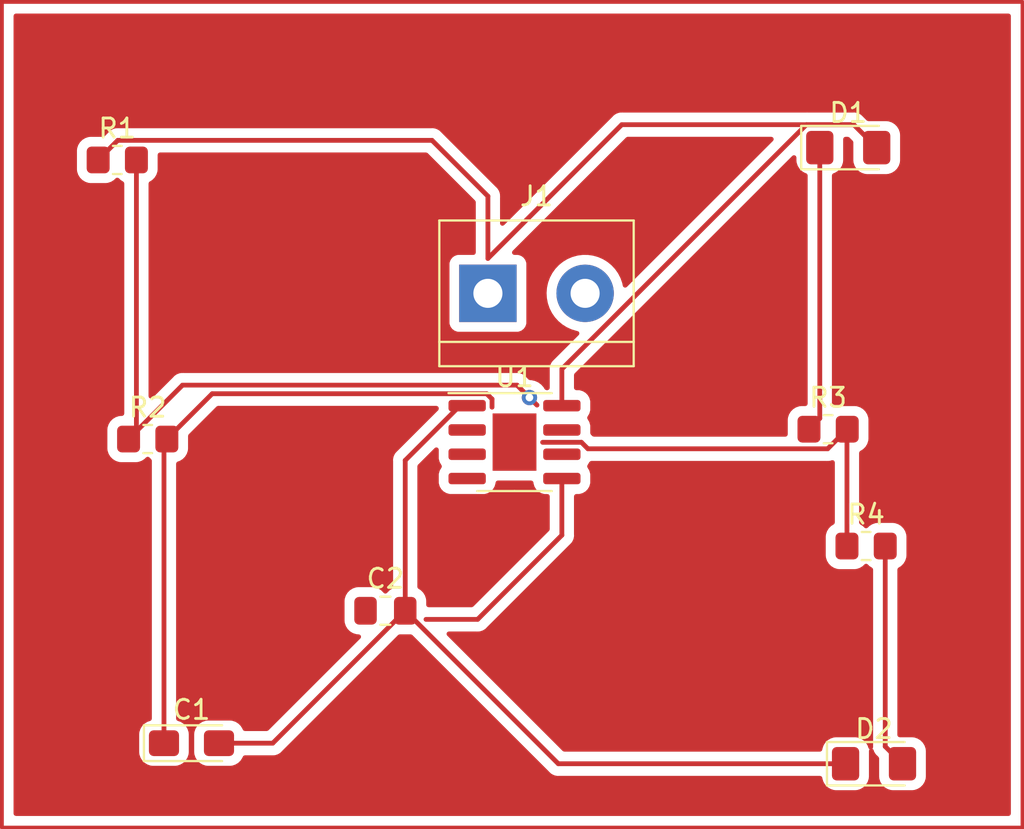
<source format=kicad_pcb>
(kicad_pcb (version 20211014) (generator pcbnew)
  (layers (0 "F.Cu" signal) (31 "B.Cu" signal) (34 "B.Paste" user) (35 "F.Paste" user) (36 "B.SilkS" user "B.Silkscreen") (37 "F.SilkS" user "F.Silkscreen") (38 "B.Mask" user) (39 "F.Mask" user) (44 "Edge.Cuts" user))
  (net 0 "")
  (net 1 "/pin_2")
  (net 2 "GND")
  (net 3 "Net-(C2-Pad1)")
  (net 4 "Net-(D1-Pad1)")
  (net 5 "+9V")
  (net 6 "Net-(D2-Pad2)")
  (net 9 "/pin_7")
  (net 10 "/pin_3")
  (footprint "LED_SMD:LED_1206_3216Metric_Pad1.42x1.75mm_HandSolder" (layer "F.Cu") (at 166.1525 73.66)
    (fp_text reference "D1" (at 0 -1.82) (layer "F.SilkS"))
    (fp_text value "LED")
    (fp_line (start 1.6 -1.135) (end -2.46 -1.135) (layer "F.SilkS") (width 0.12))
    (fp_line (start -2.46 -1.135) (end -2.46 1.135) (layer "F.SilkS") (width 0.12))
    (fp_line (start -2.46 1.135) (end 1.6 1.135) (layer "F.SilkS") (width 0.12))
    (pad "1" smd roundrect (at -1.4875 0) (size 1.425 1.75) (layers "F.Cu" "F.Paste" "F.Mask") (roundrect_rratio 0.1754392982) (net 4 "Net-(D1-Pad1)"))
    (pad "2" smd roundrect (at 1.4875 0) (size 1.425 1.75) (layers "F.Cu" "F.Paste" "F.Mask") (roundrect_rratio 0.1754392982) (net 5 "+9V"))
  )
  (footprint "Package_SO:SOIC-8-1EP_3.9x4.9mm_P1.27mm_EP2.29x3mm" (layer "F.Cu") (at 148.71 89.06)
    (fp_text reference "U1" (at 0 -3.4) (layer "F.SilkS"))
    (fp_text value "U1")
    (fp_line (start 0 -2.56) (end -3.45 -2.56) (layer "F.SilkS") (width 0.12))
    (fp_line (start 0 2.56) (end 1.95 2.56) (layer "F.SilkS") (width 0.12))
    (fp_line (start 0 2.56) (end -1.95 2.56) (layer "F.SilkS") (width 0.12))
    (fp_line (start 0 -2.56) (end 1.95 -2.56) (layer "F.SilkS") (width 0.12))
    (pad "1" smd roundrect (at -2.475 -1.905) (size 1.95 0.6) (layers "F.Cu" "F.Paste" "F.Mask") (net 2 "GND"))
    (pad "2" smd roundrect (at -2.475 -0.635) (size 1.95 0.6) (layers "F.Cu" "F.Paste" "F.Mask") (net 1 "/pin_2"))
    (pad "3" smd roundrect (at -2.475 0.635) (size 1.95 0.6) (layers "F.Cu" "F.Paste" "F.Mask") (net 10 "/pin_3"))
    (pad "4" smd roundrect (at -2.475 1.905) (size 1.95 0.6) (layers "F.Cu" "F.Paste" "F.Mask") (net 5 "+9V"))
    (pad "5" smd roundrect (at 2.475 1.905) (size 1.95 0.6) (layers "F.Cu" "F.Paste" "F.Mask") (net 3 "Net-(C2-Pad1)"))
    (pad "6" smd roundrect (at 2.475 0.635) (size 1.95 0.6) (layers "F.Cu" "F.Paste" "F.Mask") (net 1 "/pin_2"))
    (pad "7" smd roundrect (at 2.475 -0.635) (size 1.95 0.6) (layers "F.Cu" "F.Paste" "F.Mask") (net 9 "/pin_7"))
    (pad "8" smd roundrect (at 2.475 -1.905) (size 1.95 0.6) (layers "F.Cu" "F.Paste" "F.Mask") (net 5 "+9V"))
    (pad "9" smd rect (at 0 0) (size 2.29 3) (layers "F.Cu" "F.Mask"))
  )
  (footprint "TerminalBlock:TerminalBlock_bornier-2_P5.08mm" (layer "F.Cu") (at 147.32 81.28)
    (fp_text reference "J1" (at 2.54 -5.08) (layer "F.SilkS"))
    (fp_text value "J1")
    (fp_line (start -2.54 3.81) (end 7.62 3.81) (layer "F.SilkS") (width 0.12))
    (fp_line (start 7.62 -3.81) (end -2.54 -3.81) (layer "F.SilkS") (width 0.12))
    (fp_line (start 7.62 2.54) (end -2.54 2.54) (layer "F.SilkS") (width 0.12))
    (fp_line (start 7.62 3.81) (end 7.62 -3.81) (layer "F.SilkS") (width 0.12))
    (fp_line (start -2.54 -3.81) (end -2.54 3.81) (layer "F.SilkS") (width 0.12))
    (pad "1" thru_hole rect (at 0 0) (size 3 3) (drill 1.52) (layers *.Cu *.Mask))
    (pad "2" thru_hole circle (at 5.08 0) (size 3 3) (drill 1.52) (layers *.Cu *.Mask))
  )
  (footprint "Resistor_SMD:R_0805_2012Metric_Pad1.20x1.40mm_HandSolder" (layer "F.Cu") (at 167.08532 94.495)
    (fp_text reference "R4" (at 0 -1.65) (layer "F.SilkS"))
    (fp_text value "1k")
    (fp_line (start -0.227064 -0.735) (end 0.227064 -0.735) (layer "F.SilkS") (width 0.12))
    (fp_line (start -0.227064 0.735) (end 0.227064 0.735) (layer "F.SilkS") (width 0.12))
    (pad "1" smd roundrect (at -1 0) (size 1.2 1.4) (layers "F.Cu" "F.Paste" "F.Mask") (roundrect_rratio 0.2083333333) (net 10 "/pin_3"))
    (pad "2" smd roundrect (at 1 0) (size 1.2 1.4) (layers "F.Cu" "F.Paste" "F.Mask") (roundrect_rratio 0.2083333333) (net 6 "Net-(D2-Pad2)"))
  )
  (footprint "LED_SMD:LED_1206_3216Metric_Pad1.42x1.75mm_HandSolder" (layer "F.Cu") (at 167.5 105.88)
    (fp_text reference "D2" (at 0 -1.82) (layer "F.SilkS"))
    (fp_text value "LED")
    (fp_line (start -2.46 -1.135) (end -2.46 1.135) (layer "F.SilkS") (width 0.12))
    (fp_line (start -2.46 1.135) (end 1.6 1.135) (layer "F.SilkS") (width 0.12))
    (fp_line (start 1.6 -1.135) (end -2.46 -1.135) (layer "F.SilkS") (width 0.12))
    (pad "1" smd roundrect (at -1.4875 0) (size 1.425 1.75) (layers "F.Cu" "F.Paste" "F.Mask") (roundrect_rratio 0.1754392982) (net 2 "GND"))
    (pad "2" smd roundrect (at 1.4875 0) (size 1.425 1.75) (layers "F.Cu" "F.Paste" "F.Mask") (roundrect_rratio 0.1754392982) (net 6 "Net-(D2-Pad2)"))
  )
  (footprint "Capacitor_Tantalum_SMD:CP_EIA-3216-18_Kemet-A_Pad1.58x1.35mm_HandSolder" (layer "F.Cu") (at 131.8275 104.805)
    (fp_text reference "C1" (at 0 -1.75) (layer "F.SilkS"))
    (fp_text value "10uF")
    (fp_line (start 1.6 -0.935) (end -2.485 -0.935) (layer "F.SilkS") (width 0.12))
    (fp_line (start -2.485 -0.935) (end -2.485 0.935) (layer "F.SilkS") (width 0.12))
    (fp_line (start -2.485 0.935) (end 1.6 0.935) (layer "F.SilkS") (width 0.12))
    (pad "1" smd roundrect (at -1.4375 0) (size 1.575 1.35) (layers "F.Cu" "F.Paste" "F.Mask") (roundrect_rratio 0.1851851852) (net 1 "/pin_2"))
    (pad "2" smd roundrect (at 1.4375 0) (size 1.575 1.35) (layers "F.Cu" "F.Paste" "F.Mask") (roundrect_rratio 0.1851851852) (net 2 "GND"))
  )
  (footprint "Resistor_SMD:R_0805_2012Metric_Pad1.20x1.40mm_HandSolder" (layer "F.Cu") (at 165.1 88.385)
    (fp_text reference "R3" (at 0 -1.65) (layer "F.SilkS"))
    (fp_text value "1k")
    (fp_line (start -0.227064 -0.735) (end 0.227064 -0.735) (layer "F.SilkS") (width 0.12))
    (fp_line (start -0.227064 0.735) (end 0.227064 0.735) (layer "F.SilkS") (width 0.12))
    (pad "1" smd roundrect (at -1 0) (size 1.2 1.4) (layers "F.Cu" "F.Paste" "F.Mask") (roundrect_rratio 0.2083333333) (net 4 "Net-(D1-Pad1)"))
    (pad "2" smd roundrect (at 1 0) (size 1.2 1.4) (layers "F.Cu" "F.Paste" "F.Mask") (roundrect_rratio 0.2083333333) (net 10 "/pin_3"))
  )
  (footprint "Capacitor_SMD:C_0805_2012Metric_Pad1.18x1.45mm_HandSolder" (layer "F.Cu") (at 141.961252 97.88)
    (fp_text reference "C2" (at 0 -1.68) (layer "F.SilkS"))
    (fp_text value "0.01uF")
    (fp_line (start -0.261252 -0.735) (end 0.261252 -0.735) (layer "F.SilkS") (width 0.12))
    (fp_line (start -0.261252 0.735) (end 0.261252 0.735) (layer "F.SilkS") (width 0.12))
    (pad "1" smd roundrect (at -1.0375 0) (size 1.175 1.45) (layers "F.Cu" "F.Paste" "F.Mask") (roundrect_rratio 0.2127659574) (net 3 "Net-(C2-Pad1)"))
    (pad "2" smd roundrect (at 1.0375 0) (size 1.175 1.45) (layers "F.Cu" "F.Paste" "F.Mask") (roundrect_rratio 0.2127659574) (net 2 "GND"))
  )
  (footprint "Resistor_SMD:R_0805_2012Metric_Pad1.20x1.40mm_HandSolder" (layer "F.Cu") (at 127.949448 74.305)
    (fp_text reference "R1" (at 0 -1.65) (layer "F.SilkS"))
    (fp_text value "1k")
    (fp_line (start -0.227064 -0.735) (end 0.227064 -0.735) (layer "F.SilkS") (width 0.12))
    (fp_line (start -0.227064 0.735) (end 0.227064 0.735) (layer "F.SilkS") (width 0.12))
    (pad "1" smd roundrect (at -1 0) (size 1.2 1.4) (layers "F.Cu" "F.Paste" "F.Mask") (roundrect_rratio 0.2083333333) (net 5 "+9V"))
    (pad "2" smd roundrect (at 1 0) (size 1.2 1.4) (layers "F.Cu" "F.Paste" "F.Mask") (roundrect_rratio 0.2083333333) (net 9 "/pin_7"))
  )
  (footprint "Resistor_SMD:R_0805_2012Metric_Pad1.20x1.40mm_HandSolder" (layer "F.Cu") (at 129.54 88.9)
    (fp_text reference "R2" (at 0 -1.65) (layer "F.SilkS"))
    (fp_text value "10k")
    (fp_line (start -0.227064 -0.735) (end 0.227064 -0.735) (layer "F.SilkS") (width 0.12))
    (fp_line (start -0.227064 0.735) (end 0.227064 0.735) (layer "F.SilkS") (width 0.12))
    (pad "1" smd roundrect (at -1 0) (size 1.2 1.4) (layers "F.Cu" "F.Paste" "F.Mask") (roundrect_rratio 0.2083333333) (net 9 "/pin_7"))
    (pad "2" smd roundrect (at 1 0) (size 1.2 1.4) (layers "F.Cu" "F.Paste" "F.Mask") (roundrect_rratio 0.2083333333) (net 1 "/pin_2"))
  )
  (gr_rect (start 175.26 109.22) (end 121.92 66.04) (layer "F.Cu") (width 0.2) (fill none))
  (segment (start 130.39 89.05) (end 130.39 104.805) (width 0.25) (layer "F.Cu") (net 1))
  (segment (start 147.535 86.808249) (end 147.535 87.235) (width 0.25) (layer "F.Cu") (net 1))
  (segment (start 132.91 86.53) (end 147.256751 86.53) (width 0.25) (layer "F.Cu") (net 1))
  (segment (start 130.54 88.9) (end 132.91 86.53) (width 0.25) (layer "F.Cu") (net 1))
  (segment (start 130.54 88.9) (end 130.39 89.05) (width 0.25) (layer "F.Cu") (net 1))
  (segment (start 147.256751 86.53) (end 147.535 86.808249) (width 0.25) (layer "F.Cu") (net 1))
  (segment (start 150.998752 105.88) (end 166.0125 105.88) (width 0.25) (layer "F.Cu") (net 2))
  (segment (start 136.073752 104.805) (end 133.265 104.805) (width 0.25) (layer "F.Cu") (net 2))
  (segment (start 145.858249 87.155) (end 146.235 87.155) (width 0.25) (layer "F.Cu") (net 2))
  (segment (start 142.998752 97.88) (end 142.998752 90.014497) (width 0.25) (layer "F.Cu") (net 2))
  (segment (start 142.998752 97.88) (end 150.998752 105.88) (width 0.25) (layer "F.Cu") (net 2))
  (segment (start 142.998752 90.014497) (end 145.858249 87.155) (width 0.25) (layer "F.Cu") (net 2))
  (segment (start 142.998752 97.88) (end 136.073752 104.805) (width 0.25) (layer "F.Cu") (net 2))
  (segment (start 151.185 90.965) (end 151.185 93.927792) (width 0.25) (layer "F.Cu") (net 3))
  (segment (start 151.185 93.927792) (end 146.782792 98.33) (width 0.25) (layer "F.Cu") (net 3))
  (segment (start 146.782792 98.33) (end 144.085148 98.33) (width 0.25) (layer "F.Cu") (net 3))
  (segment (start 164.665 73.66) (end 164.665 87.82) (width 0.25) (layer "F.Cu") (net 4))
  (segment (start 164.665 87.82) (end 164.1 88.385) (width 0.25) (layer "F.Cu") (net 4))
  (segment (start 147.32 79.455) (end 154.315 72.46) (width 0.25) (layer "F.Cu") (net 5))
  (segment (start 166.44 72.46) (end 163.964328 72.46) (width 0.25) (layer "F.Cu") (net 5))
  (segment (start 151.185 85.239328) (end 151.185 87.155) (width 0.25) (layer "F.Cu") (net 5))
  (segment (start 126.949448 74.305) (end 127.974448 73.28) (width 0.25) (layer "F.Cu") (net 5))
  (segment (start 127.974448 73.28) (end 144.4 73.28) (width 0.25) (layer "F.Cu") (net 5))
  (segment (start 147.32 76.2) (end 147.32 79.455) (width 0.25) (layer "F.Cu") (net 5))
  (segment (start 154.315 72.46) (end 166.44 72.46) (width 0.25) (layer "F.Cu") (net 5))
  (segment (start 163.964328 72.46) (end 151.185 85.239328) (width 0.25) (layer "F.Cu") (net 5))
  (segment (start 166.44 72.46) (end 167.64 73.66) (width 0.25) (layer "F.Cu") (net 5))
  (segment (start 144.4 73.28) (end 147.32 76.2) (width 0.25) (layer "F.Cu") (net 5))
  (segment (start 168.08532 104.97782) (end 168.9875 105.88) (width 0.25) (layer "F.Cu") (net 6))
  (segment (start 168.08532 94.495) (end 168.08532 104.97782) (width 0.25) (layer "F.Cu") (net 6))
  (segment (start 131.36 86.08) (end 148.84 86.08) (width 0.25) (layer "F.Cu") (net 9))
  (segment (start 128.949448 88.490552) (end 128.949448 74.305) (width 0.25) (layer "F.Cu") (net 9))
  (segment (start 128.54 88.9) (end 131.36 86.08) (width 0.25) (layer "F.Cu") (net 9))
  (segment (start 149.49 86.73) (end 149.885 87.125) (width 0.25) (layer "F.Cu") (net 9))
  (segment (start 148.84 86.08) (end 149.49 86.73) (width 0.25) (layer "F.Cu") (net 9))
  (segment (start 128.54 88.9) (end 128.949448 88.490552) (width 0.25) (layer "F.Cu") (net 9))
  (via (at 149.49 86.73) (size 0.8) (drill 0.4) (layers "F.Cu" "B.Cu") (net 9))
  (segment (start 152.206751 89.07) (end 150.18 89.07) (width 0.25) (layer "F.Cu") (net 10))
  (segment (start 165.075 89.41) (end 152.546751 89.41) (width 0.25) (layer "F.Cu") (net 10))
  (segment (start 166.1 88.385) (end 166.08532 88.39968) (width 0.25) (layer "F.Cu") (net 10))
  (segment (start 152.546751 89.41) (end 152.206751 89.07) (width 0.25) (layer "F.Cu") (net 10))
  (segment (start 166.1 88.385) (end 165.075 89.41) (width 0.25) (layer "F.Cu") (net 10))
  (segment (start 166.08532 88.39968) (end 166.08532 94.495) (width 0.25) (layer "F.Cu") (net 10))
  (zone (net 0) (net_name "") (layer "F.Cu") (connect_pads (clearance 0.508)) (min_thickness 0.254) (fill yes (thermal_gap 0.508) (thermal_bridge_width 0.508))
    (polygon (pts (xy 175.26 109.22) (xy 121.92 109.22) (xy 121.92 66.04) (xy 175.26 66.04)))
  )
)
</source>
